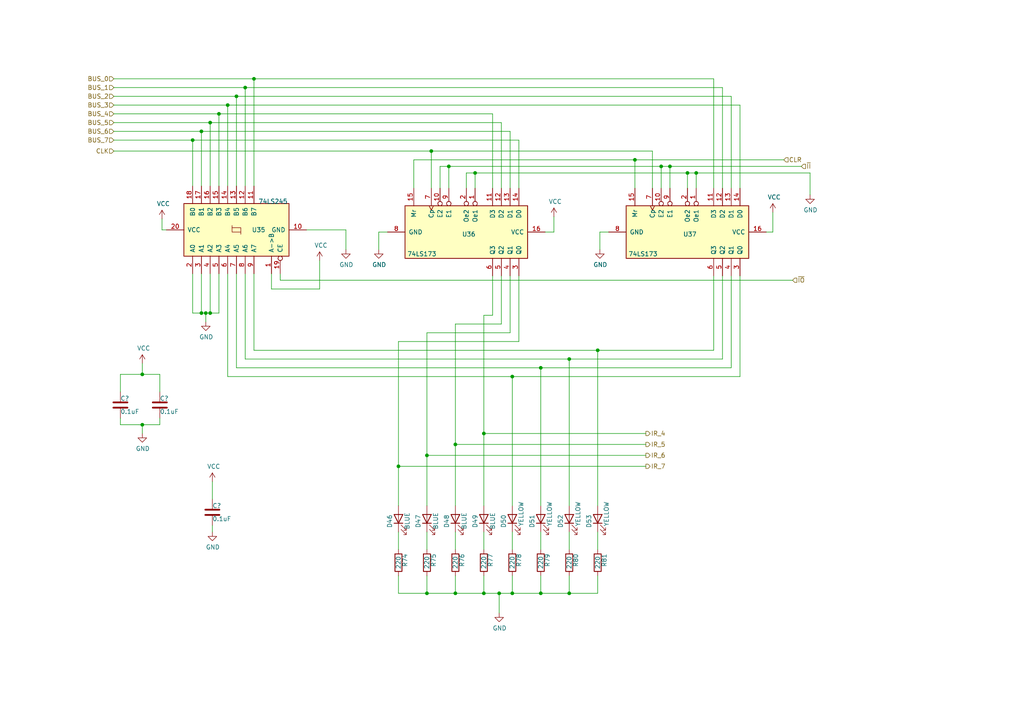
<source format=kicad_sch>
(kicad_sch (version 20230121) (generator eeschema)
  (paper "A4")
  (lib_symbols
    (symbol "74xx:74LS173" (pin_names (offset 1.016))
      (property "Reference" "U" (at -7.62 19.05 0))
      (property "Value" "74LS173" (at -7.62 -19.05 0))
      (symbol "74LS173_1_0"
        (pin input inverted (at -12.7 2.54 0) (length 5.08) (name "Oe1") (number "1"))
        (pin input inverted (at -12.7 -7.62 0) (length 5.08) (name "E2") (number "10"))
        (pin input line (at -12.7 7.62 0) (length 5.08) (name "D3") (number "11"))
        (pin input line (at -12.7 10.16 0) (length 5.08) (name "D2") (number "12"))
        (pin input line (at -12.7 12.7 0) (length 5.08) (name "D1") (number "13"))
        (pin input line (at -12.7 15.24 0) (length 5.08) (name "D0") (number "14"))
        (pin input line (at -12.7 -15.24 0) (length 5.08) (name "Mr") (number "15"))
        (pin power_in line (at 0 22.86 270) (length 5.08) (name "VCC") (number "16"))
        (pin input inverted (at -12.7 0 0) (length 5.08) (name "Oe2") (number "2"))
        (pin tri_state line (at 12.7 15.24 180) (length 5.08) (name "Q0") (number "3"))
        (pin tri_state line (at 12.7 12.7 180) (length 5.08) (name "Q1") (number "4"))
        (pin tri_state line (at 12.7 10.16 180) (length 5.08) (name "Q2") (number "5"))
        (pin tri_state line (at 12.7 7.62 180) (length 5.08) (name "Q3") (number "6"))
        (pin input clock (at -12.7 -10.16 0) (length 5.08) (name "Cp") (number "7"))
        (pin power_in line (at 0 -22.86 90) (length 5.08) (name "GND") (number "8"))
        (pin input inverted (at -12.7 -5.08 0) (length 5.08) (name "E1") (number "9"))
      )
      (symbol "74LS173_1_1"
        (rectangle (start -7.62 17.78) (end 7.62 -17.78) (stroke (width 0.254)) (fill (type background)))
      )
    )
    (symbol "74xx:74LS245" (pin_names (offset 1.016))
      (property "Reference" "U" (at -7.62 16.51 0))
      (property "Value" "74LS245" (at -7.62 -16.51 0))
      (symbol "74LS245_1_0"
        (polyline (pts (xy -0.635 -1.27) (xy -0.635 1.27) (xy 0.635 1.27)))
        (polyline (pts (xy -1.27 -1.27) (xy 0.635 -1.27) (xy 0.635 1.27) (xy 1.27 1.27)))
        (pin input line (at -12.7 -10.16 0) (length 5.08) (name "A->B") (number "1"))
        (pin power_in line (at 0 -20.32 90) (length 5.08) (name "GND") (number "10"))
        (pin tri_state line (at 12.7 -5.08 180) (length 5.08) (name "B7") (number "11"))
        (pin tri_state line (at 12.7 -2.54 180) (length 5.08) (name "B6") (number "12"))
        (pin tri_state line (at 12.7 0 180) (length 5.08) (name "B5") (number "13"))
        (pin tri_state line (at 12.7 2.54 180) (length 5.08) (name "B4") (number "14"))
        (pin tri_state line (at 12.7 5.08 180) (length 5.08) (name "B3") (number "15"))
        (pin tri_state line (at 12.7 7.62 180) (length 5.08) (name "B2") (number "16"))
        (pin tri_state line (at 12.7 10.16 180) (length 5.08) (name "B1") (number "17"))
        (pin tri_state line (at 12.7 12.7 180) (length 5.08) (name "B0") (number "18"))
        (pin input inverted (at -12.7 -12.7 0) (length 5.08) (name "CE") (number "19"))
        (pin tri_state line (at -12.7 12.7 0) (length 5.08) (name "A0") (number "2"))
        (pin power_in line (at 0 20.32 270) (length 5.08) (name "VCC") (number "20"))
        (pin tri_state line (at -12.7 10.16 0) (length 5.08) (name "A1") (number "3"))
        (pin tri_state line (at -12.7 7.62 0) (length 5.08) (name "A2") (number "4"))
        (pin tri_state line (at -12.7 5.08 0) (length 5.08) (name "A3") (number "5"))
        (pin tri_state line (at -12.7 2.54 0) (length 5.08) (name "A4") (number "6"))
        (pin tri_state line (at -12.7 0 0) (length 5.08) (name "A5") (number "7"))
        (pin tri_state line (at -12.7 -2.54 0) (length 5.08) (name "A6") (number "8"))
        (pin tri_state line (at -12.7 -5.08 0) (length 5.08) (name "A7") (number "9"))
      )
      (symbol "74LS245_1_1"
        (rectangle (start -7.62 15.24) (end 7.62 -15.24) (stroke (width 0.254)) (fill (type background)))
      )
    )
    (symbol "Device:C" (pin_numbers hide) (pin_names (offset 0.254))
      (property "Reference" "C" (at 0.635 2.54 0))
      (property "Value" "C" (at 0.635 -2.54 0))
      (symbol "C_0_1"
        (polyline (pts (xy -2.032 -0.762) (xy 2.032 -0.762)) (stroke (width 0.508)))
        (polyline (pts (xy -2.032 0.762) (xy 2.032 0.762)) (stroke (width 0.508)))
      )
      (symbol "C_1_1"
        (pin passive line (at 0 3.81 270) (length 2.794) (name "~") (number "1"))
        (pin passive line (at 0 -3.81 90) (length 2.794) (name "~") (number "2"))
      )
    )
    (symbol "Device:LED" (pin_numbers hide) (pin_names (offset 1.016) hide)
      (property "Reference" "D" (at 0 2.54 0))
      (property "Value" "LED" (at 0 -2.54 0))
      (symbol "LED_0_1"
        (polyline (pts (xy -1.27 -1.27) (xy -1.27 1.27)) (stroke (width 0.254)))
        (polyline (pts (xy -1.27 0) (xy 1.27 0)))
        (polyline (pts (xy 1.27 -1.27) (xy 1.27 1.27) (xy -1.27 0) (xy 1.27 -1.27)) (stroke (width 0.254)))
        (polyline (pts (xy -3.048 -0.762) (xy -4.572 -2.286) (xy -3.81 -2.286) (xy -4.572 -2.286) (xy -4.572 -1.524)))
        (polyline (pts (xy -1.778 -0.762) (xy -3.302 -2.286) (xy -2.54 -2.286) (xy -3.302 -2.286) (xy -3.302 -1.524)))
      )
      (symbol "LED_1_1"
        (pin passive line (at -3.81 0 0) (length 2.54) (name "K") (number "1"))
        (pin passive line (at 3.81 0 180) (length 2.54) (name "A") (number "2"))
      )
    )
    (symbol "Device:R" (pin_numbers hide) (pin_names (offset 0))
      (property "Reference" "R" (at 2.032 0 90))
      (property "Value" "R" (at 0 0 90))
      (symbol "R_0_1"
        (rectangle (start -1.016 -2.54) (end 1.016 2.54) (stroke (width 0.254)))
      )
      (symbol "R_1_1"
        (pin passive line (at 0 3.81 270) (length 1.27) (name "~") (number "1"))
        (pin passive line (at 0 -3.81 90) (length 1.27) (name "~") (number "2"))
      )
    )
    (symbol "power:GND" (power) (pin_names (offset 0))
      (property "Value" "GND" (at 0 -3.81 0))
      (symbol "GND_0_1"
        (polyline (pts (xy 0 0) (xy 0 -1.27) (xy 1.27 -1.27) (xy 0 -2.54) (xy -1.27 -1.27) (xy 0 -1.27)))
      )
      (symbol "GND_1_1"
        (pin power_in line (at 0 0 270) (length 0) hide (name "GND") (number "1"))
      )
    )
    (symbol "power:VCC" (power) (pin_names (offset 0))
      (property "Value" "VCC" (at 0 3.81 0))
      (symbol "VCC_0_1"
        (polyline (pts (xy -0.762 1.27) (xy 0 2.54)))
        (polyline (pts (xy 0 0) (xy 0 2.54)))
        (polyline (pts (xy 0 2.54) (xy 0.762 1.27)))
      )
      (symbol "VCC_1_1"
        (pin power_in line (at 0 0 90) (length 0) hide (name "VCC") (number "1"))
      )
    )
  )
  (junction (at 123.825 132.08))
  (junction (at 130.175 48.26))
  (junction (at 68.58 27.94))
  (junction (at 148.59 172.085))
  (junction (at 66.04 30.48))
  (junction (at 199.39 50.165))
  (junction (at 115.57 135.255))
  (junction (at 165.1 172.085))
  (junction (at 194.31 48.26))
  (junction (at 191.77 48.26))
  (junction (at 71.12 25.4))
  (junction (at 132.08 172.085))
  (junction (at 123.825 172.085))
  (junction (at 201.93 50.165))
  (junction (at 140.335 125.73))
  (junction (at 58.42 90.805))
  (junction (at 60.96 35.56))
  (junction (at 41.275 108.585))
  (junction (at 60.96 90.805))
  (junction (at 140.335 172.085))
  (junction (at 55.88 40.64))
  (junction (at 73.66 22.86))
  (junction (at 173.355 101.6))
  (junction (at 156.845 172.085))
  (junction (at 165.1 104.14))
  (junction (at 63.5 33.02))
  (junction (at 41.275 123.19))
  (junction (at 59.69 90.805))
  (junction (at 132.08 128.905))
  (junction (at 156.845 106.68))
  (junction (at 148.59 109.22))
  (junction (at 137.795 50.165))
  (junction (at 125.095 43.815))
  (junction (at 144.78 172.085))
  (junction (at 184.15 46.355))
  (junction (at 58.42 38.1))
  (wire (pts (xy 58.42 79.375) (xy 58.42 90.805)))
  (wire (pts (xy 55.88 40.64) (xy 150.495 40.64)))
  (wire (pts (xy 120.015 46.355) (xy 184.15 46.355)))
  (wire (pts (xy 92.71 83.82) (xy 92.71 75.565)))
  (wire (pts (xy 132.08 93.98) (xy 132.08 128.905)))
  (wire (pts (xy 33.02 22.86) (xy 73.66 22.86)))
  (wire (pts (xy 199.39 50.165) (xy 201.93 50.165)))
  (wire (pts (xy 58.42 90.805) (xy 59.69 90.805)))
  (wire (pts (xy 88.9 66.675) (xy 100.33 66.675)))
  (wire (pts (xy 132.08 128.905) (xy 132.08 146.685)))
  (wire (pts (xy 115.57 167.005) (xy 115.57 172.085)))
  (wire (pts (xy 112.395 67.31) (xy 109.855 67.31)))
  (wire (pts (xy 68.58 27.94) (xy 68.58 53.975)))
  (wire (pts (xy 224.155 61.595) (xy 224.155 67.31)))
  (wire (pts (xy 33.02 43.815) (xy 125.095 43.815)))
  (wire (pts (xy 46.355 113.665) (xy 46.355 108.585)))
  (wire (pts (xy 156.845 106.68) (xy 156.845 146.685)))
  (wire (pts (xy 156.845 106.68) (xy 68.58 106.68)))
  (wire (pts (xy 140.335 91.44) (xy 142.875 91.44)))
  (wire (pts (xy 132.08 172.085) (xy 140.335 172.085)))
  (wire (pts (xy 147.955 38.1) (xy 147.955 54.61)))
  (wire (pts (xy 123.825 172.085) (xy 132.08 172.085)))
  (wire (pts (xy 127.635 54.61) (xy 127.635 48.26)))
  (wire (pts (xy 55.88 79.375) (xy 55.88 90.805)))
  (wire (pts (xy 81.28 79.375) (xy 81.28 81.28)))
  (wire (pts (xy 148.59 167.005) (xy 148.59 172.085)))
  (wire (pts (xy 140.335 91.44) (xy 140.335 125.73)))
  (wire (pts (xy 60.96 79.375) (xy 60.96 90.805)))
  (wire (pts (xy 78.74 83.82) (xy 92.71 83.82)))
  (wire (pts (xy 55.88 90.805) (xy 58.42 90.805)))
  (wire (pts (xy 156.845 154.305) (xy 156.845 159.385)))
  (wire (pts (xy 214.63 30.48) (xy 214.63 54.61)))
  (wire (pts (xy 33.02 40.64) (xy 55.88 40.64)))
  (wire (pts (xy 123.825 132.08) (xy 187.325 132.08)))
  (wire (pts (xy 125.095 43.815) (xy 125.095 54.61)))
  (wire (pts (xy 234.95 50.165) (xy 234.95 56.515)))
  (wire (pts (xy 115.57 135.255) (xy 187.325 135.255)))
  (wire (pts (xy 214.63 109.22) (xy 214.63 80.01)))
  (wire (pts (xy 115.57 135.255) (xy 115.57 146.685)))
  (wire (pts (xy 132.08 128.905) (xy 187.325 128.905)))
  (wire (pts (xy 41.275 105.41) (xy 41.275 108.585)))
  (wire (pts (xy 207.01 22.86) (xy 207.01 54.61)))
  (wire (pts (xy 46.99 63.5) (xy 46.99 66.675)))
  (wire (pts (xy 66.04 79.375) (xy 66.04 109.22)))
  (wire (pts (xy 184.15 46.355) (xy 184.15 54.61)))
  (wire (pts (xy 207.01 101.6) (xy 173.355 101.6)))
  (wire (pts (xy 55.88 40.64) (xy 55.88 53.975)))
  (wire (pts (xy 34.925 108.585) (xy 41.275 108.585)))
  (wire (pts (xy 148.59 172.085) (xy 156.845 172.085)))
  (wire (pts (xy 132.08 93.98) (xy 145.415 93.98)))
  (wire (pts (xy 212.09 27.94) (xy 212.09 54.61)))
  (wire (pts (xy 63.5 33.02) (xy 63.5 53.975)))
  (wire (pts (xy 144.78 172.085) (xy 144.78 177.8)))
  (wire (pts (xy 46.355 108.585) (xy 41.275 108.585)))
  (wire (pts (xy 109.855 67.31) (xy 109.855 72.39)))
  (wire (pts (xy 160.655 67.31) (xy 158.115 67.31)))
  (wire (pts (xy 140.335 125.73) (xy 140.335 146.685)))
  (wire (pts (xy 73.66 101.6) (xy 73.66 79.375)))
  (wire (pts (xy 123.825 96.52) (xy 147.955 96.52)))
  (wire (pts (xy 60.96 35.56) (xy 60.96 53.975)))
  (wire (pts (xy 165.1 167.005) (xy 165.1 172.085)))
  (wire (pts (xy 199.39 50.165) (xy 199.39 54.61)))
  (wire (pts (xy 150.495 40.64) (xy 150.495 54.61)))
  (wire (pts (xy 68.58 27.94) (xy 212.09 27.94)))
  (wire (pts (xy 123.825 167.005) (xy 123.825 172.085)))
  (wire (pts (xy 189.23 43.815) (xy 189.23 54.61)))
  (wire (pts (xy 63.5 33.02) (xy 142.875 33.02)))
  (wire (pts (xy 115.57 99.06) (xy 150.495 99.06)))
  (wire (pts (xy 130.175 48.26) (xy 130.175 54.61)))
  (wire (pts (xy 68.58 106.68) (xy 68.58 79.375)))
  (wire (pts (xy 194.31 48.26) (xy 194.31 54.61)))
  (wire (pts (xy 60.96 90.805) (xy 63.5 90.805)))
  (wire (pts (xy 165.1 172.085) (xy 173.355 172.085)))
  (wire (pts (xy 132.08 154.305) (xy 132.08 159.385)))
  (wire (pts (xy 156.845 167.005) (xy 156.845 172.085)))
  (wire (pts (xy 201.93 50.165) (xy 234.95 50.165)))
  (wire (pts (xy 34.925 121.285) (xy 34.925 123.19)))
  (wire (pts (xy 156.845 172.085) (xy 165.1 172.085)))
  (wire (pts (xy 145.415 93.98) (xy 145.415 80.01)))
  (wire (pts (xy 46.99 66.675) (xy 48.26 66.675)))
  (wire (pts (xy 148.59 109.22) (xy 148.59 146.685)))
  (wire (pts (xy 140.335 154.305) (xy 140.335 159.385)))
  (wire (pts (xy 147.955 96.52) (xy 147.955 80.01)))
  (wire (pts (xy 173.355 154.305) (xy 173.355 159.385)))
  (wire (pts (xy 145.415 35.56) (xy 145.415 54.61)))
  (wire (pts (xy 135.255 50.165) (xy 137.795 50.165)))
  (wire (pts (xy 73.66 22.86) (xy 207.01 22.86)))
  (wire (pts (xy 120.015 54.61) (xy 120.015 46.355)))
  (wire (pts (xy 59.69 90.805) (xy 60.96 90.805)))
  (wire (pts (xy 137.795 50.165) (xy 199.39 50.165)))
  (wire (pts (xy 209.55 25.4) (xy 209.55 54.61)))
  (wire (pts (xy 71.12 79.375) (xy 71.12 104.14)))
  (wire (pts (xy 165.1 104.14) (xy 165.1 146.685)))
  (wire (pts (xy 123.825 154.305) (xy 123.825 159.385)))
  (wire (pts (xy 173.355 101.6) (xy 73.66 101.6)))
  (wire (pts (xy 212.09 80.01) (xy 212.09 106.68)))
  (wire (pts (xy 34.925 113.665) (xy 34.925 108.585)))
  (wire (pts (xy 194.31 48.26) (xy 232.41 48.26)))
  (wire (pts (xy 115.57 99.06) (xy 115.57 135.255)))
  (wire (pts (xy 58.42 38.1) (xy 58.42 53.975)))
  (wire (pts (xy 224.155 67.31) (xy 222.25 67.31)))
  (wire (pts (xy 191.77 48.26) (xy 191.77 54.61)))
  (wire (pts (xy 207.01 80.01) (xy 207.01 101.6)))
  (wire (pts (xy 176.53 67.31) (xy 173.99 67.31)))
  (wire (pts (xy 160.655 62.865) (xy 160.655 67.31)))
  (wire (pts (xy 34.925 123.19) (xy 41.275 123.19)))
  (wire (pts (xy 142.875 33.02) (xy 142.875 54.61)))
  (wire (pts (xy 125.095 43.815) (xy 189.23 43.815)))
  (wire (pts (xy 137.795 50.165) (xy 137.795 54.61)))
  (wire (pts (xy 144.78 172.085) (xy 148.59 172.085)))
  (wire (pts (xy 127.635 48.26) (xy 130.175 48.26)))
  (wire (pts (xy 130.175 48.26) (xy 191.77 48.26)))
  (wire (pts (xy 33.02 30.48) (xy 66.04 30.48)))
  (wire (pts (xy 33.02 33.02) (xy 63.5 33.02)))
  (wire (pts (xy 60.96 35.56) (xy 145.415 35.56)))
  (wire (pts (xy 61.595 152.4) (xy 61.595 154.305)))
  (wire (pts (xy 78.74 79.375) (xy 78.74 83.82)))
  (wire (pts (xy 71.12 25.4) (xy 209.55 25.4)))
  (wire (pts (xy 140.335 167.005) (xy 140.335 172.085)))
  (wire (pts (xy 46.355 123.19) (xy 46.355 121.285)))
  (wire (pts (xy 173.355 172.085) (xy 173.355 167.005)))
  (wire (pts (xy 33.02 35.56) (xy 60.96 35.56)))
  (wire (pts (xy 148.59 109.22) (xy 214.63 109.22)))
  (wire (pts (xy 165.1 154.305) (xy 165.1 159.385)))
  (wire (pts (xy 41.275 123.19) (xy 46.355 123.19)))
  (wire (pts (xy 71.12 104.14) (xy 165.1 104.14)))
  (wire (pts (xy 132.08 167.005) (xy 132.08 172.085)))
  (wire (pts (xy 148.59 154.305) (xy 148.59 159.385)))
  (wire (pts (xy 59.69 90.805) (xy 59.69 93.345)))
  (wire (pts (xy 123.825 96.52) (xy 123.825 132.08)))
  (wire (pts (xy 63.5 90.805) (xy 63.5 79.375)))
  (wire (pts (xy 81.28 81.28) (xy 229.87 81.28)))
  (wire (pts (xy 115.57 172.085) (xy 123.825 172.085)))
  (wire (pts (xy 33.02 27.94) (xy 68.58 27.94)))
  (wire (pts (xy 173.99 67.31) (xy 173.99 72.39)))
  (wire (pts (xy 33.02 38.1) (xy 58.42 38.1)))
  (wire (pts (xy 66.04 30.48) (xy 66.04 53.975)))
  (wire (pts (xy 150.495 99.06) (xy 150.495 80.01)))
  (wire (pts (xy 135.255 54.61) (xy 135.255 50.165)))
  (wire (pts (xy 212.09 106.68) (xy 156.845 106.68)))
  (wire (pts (xy 71.12 25.4) (xy 33.02 25.4)))
  (wire (pts (xy 73.66 22.86) (xy 73.66 53.975)))
  (wire (pts (xy 173.355 101.6) (xy 173.355 146.685)))
  (wire (pts (xy 142.875 91.44) (xy 142.875 80.01)))
  (wire (pts (xy 201.93 50.165) (xy 201.93 54.61)))
  (wire (pts (xy 184.15 46.355) (xy 227.33 46.355)))
  (wire (pts (xy 100.33 66.675) (xy 100.33 72.39)))
  (wire (pts (xy 61.595 144.78) (xy 61.595 139.7)))
  (wire (pts (xy 66.04 30.48) (xy 214.63 30.48)))
  (wire (pts (xy 209.55 104.14) (xy 209.55 80.01)))
  (wire (pts (xy 66.04 109.22) (xy 148.59 109.22)))
  (wire (pts (xy 115.57 154.305) (xy 115.57 159.385)))
  (wire (pts (xy 165.1 104.14) (xy 209.55 104.14)))
  (wire (pts (xy 71.12 25.4) (xy 71.12 53.975)))
  (wire (pts (xy 58.42 38.1) (xy 147.955 38.1)))
  (wire (pts (xy 140.335 172.085) (xy 144.78 172.085)))
  (wire (pts (xy 41.275 125.73) (xy 41.275 123.19)))
  (wire (pts (xy 123.825 132.08) (xy 123.825 146.685)))
  (wire (pts (xy 140.335 125.73) (xy 187.325 125.73)))
  (wire (pts (xy 191.77 48.26) (xy 194.31 48.26)))
  (hierarchical_label "BUS_4" (shape input) (at 33.02 33.02 180))
  (hierarchical_label "IR_5" (shape output) (at 187.325 128.905 0))
  (hierarchical_label "BUS_7" (shape input) (at 33.02 40.64 180))
  (hierarchical_label "IR_7" (shape output) (at 187.325 135.255 0))
  (hierarchical_label "IR_6" (shape output) (at 187.325 132.08 0))
  (hierarchical_label "~{IO}" (shape input) (at 229.87 81.28 0))
  (hierarchical_label "CLR" (shape input) (at 227.33 46.355 0))
  (hierarchical_label "~{II}" (shape input) (at 232.41 48.26 0))
  (hierarchical_label "BUS_2" (shape input) (at 33.02 27.94 180))
  (hierarchical_label "BUS_5" (shape input) (at 33.02 35.56 180))
  (hierarchical_label "IR_4" (shape output) (at 187.325 125.73 0))
  (hierarchical_label "BUS_6" (shape input) (at 33.02 38.1 180))
  (hierarchical_label "CLK" (shape input) (at 33.02 43.815 180))
  (hierarchical_label "BUS_1" (shape input) (at 33.02 25.4 180))
  (hierarchical_label "BUS_3" (shape input) (at 33.02 30.48 180))
  (hierarchical_label "BUS_0" (shape input) (at 33.02 22.86 180))
  (symbol (lib_id "power:VCC") (at 41.275 105.41 0) (unit 1)
    (property "Reference" "#PWR?" (effects hide))
    (property "Value" "VCC" (at 41.656 101.0158 0))
    (instances (project "8 Bit Computer" (path "" (reference "#PWR?") (unit 1)) (path "" (reference "#PWR?") (unit 1)) (path "" (reference "#PWR0297") (unit 1))))
  )
  (symbol (lib_id "Device:C") (at 46.355 117.475 0) (unit 1)
    (property "Reference" "C?" (at 46.355 115.57 0) (effects (justify left)))
    (property "Value" "0.1uF" (at 46.355 119.38 0) (effects (justify left)))
    (property "Footprint" "Capacitor_THT:C_Disc_D4.3mm_W1.9mm_P5.00mm" (effects hide))
    (instances (project "8 Bit Computer" (path "" (reference "C?") (unit 1)) (path "" (reference "C?") (unit 1)) (path "" (reference "C39") (unit 1))))
  )
  (symbol (lib_id "Device:C") (at 34.925 117.475 0) (unit 1)
    (property "Reference" "C?" (at 34.925 115.57 0) (effects (justify left)))
    (property "Value" "0.1uF" (at 34.925 119.38 0) (effects (justify left)))
    (property "Footprint" "Capacitor_THT:C_Disc_D4.3mm_W1.9mm_P5.00mm" (effects hide))
    (instances (project "8 Bit Computer" (path "" (reference "C?") (unit 1)) (path "" (reference "C?") (unit 1)) (path "" (reference "C38") (unit 1))))
  )
  (symbol (lib_id "power:GND") (at 41.275 125.73 0) (unit 1)
    (property "Reference" "#PWR?" (effects hide))
    (property "Value" "GND" (at 41.402 130.1242 0))
    (instances (project "8 Bit Computer" (path "" (reference "#PWR?") (unit 1)) (path "" (reference "#PWR?") (unit 1)) (path "" (reference "#PWR0298") (unit 1))))
  )
  (symbol (lib_id "Device:C") (at 61.595 148.59 0) (unit 1)
    (property "Reference" "C?" (at 61.595 146.685 0) (effects (justify left)))
    (property "Value" "0.1uF" (at 61.595 150.495 0) (effects (justify left)))
    (property "Footprint" "Capacitor_THT:C_Disc_D4.3mm_W1.9mm_P5.00mm" (effects hide))
    (instances (project "8 Bit Computer" (path "" (reference "C?") (unit 1)) (path "" (reference "C?") (unit 1)) (path "" (reference "C40") (unit 1))))
  )
  (symbol (lib_id "power:VCC") (at 61.595 139.7 0) (unit 1)
    (property "Reference" "#PWR?" (effects hide))
    (property "Value" "VCC" (at 61.976 135.3058 0))
    (instances (project "8 Bit Computer" (path "" (reference "#PWR?") (unit 1)) (path "" (reference "#PWR?") (unit 1)) (path "" (reference "#PWR0299") (unit 1))))
  )
  (symbol (lib_id "power:GND") (at 61.595 154.305 0) (unit 1)
    (property "Reference" "#PWR?" (effects hide))
    (property "Value" "GND" (at 61.722 158.6992 0))
    (instances (project "8 Bit Computer" (path "" (reference "#PWR?") (unit 1)) (path "" (reference "#PWR?") (unit 1)) (path "" (reference "#PWR0300") (unit 1))))
  )
  (symbol (lib_id "74xx:74LS245") (at 68.58 66.675 90) (unit 1)
    (property "Reference" "U35" (at 73.025 66.675 90) (effects (justify right)))
    (property "Value" "74LS245" (at 74.93 58.42 90) (effects (justify right)))
    (property "Footprint" "Package_DIP:DIP-20_W7.62mm_Socket_LongPads" (effects hide))
    (property "Datasheet" "http://www.ti.com/lit/gpn/sn74LS245" (effects hide))
    (instances (project "8 Bit Computer" (path "" (reference "U35") (unit 1)) (path "" (reference "U?") (unit 1))))
  )
  (symbol (lib_id "74xx:74LS173") (at 135.255 67.31 270) (unit 1)
    (property "Reference" "U36" (at 133.985 67.945 90) (effects (justify left)))
    (property "Value" "74LS173" (at 118.11 73.66 90) (effects (justify left)))
    (property "Footprint" "Package_DIP:DIP-16_W7.62mm_Socket_LongPads" (effects hide))
    (property "Datasheet" "http://www.ti.com/lit/gpn/sn74LS173" (effects hide))
    (instances (project "8 Bit Computer" (path "" (reference "U36") (unit 1)) (path "" (reference "U?") (unit 1))))
  )
  (symbol (lib_id "74xx:74LS173") (at 199.39 67.31 270) (unit 1)
    (property "Reference" "U37" (at 198.12 67.945 90) (effects (justify left)))
    (property "Value" "74LS173" (at 182.245 73.66 90) (effects (justify left)))
    (property "Footprint" "Package_DIP:DIP-16_W7.62mm_Socket_LongPads" (effects hide))
    (property "Datasheet" "http://www.ti.com/lit/gpn/sn74LS173" (effects hide))
    (instances (project "8 Bit Computer" (path "" (reference "U37") (unit 1)) (path "" (reference "U?") (unit 1))))
  )
  (symbol (lib_id "power:GND") (at 234.95 56.515 0) (unit 1)
    (property "Reference" "#PWR0208" (effects hide))
    (property "Value" "GND" (at 235.077 60.9092 0))
    (instances (project "8 Bit Computer" (path "" (reference "#PWR0208") (unit 1)) (path "" (reference "#PWR?") (unit 1))))
  )
  (symbol (lib_id "power:VCC") (at 46.99 63.5 0) (unit 1)
    (property "Reference" "#PWR0209" (effects hide))
    (property "Value" "VCC" (at 47.371 59.1058 0))
    (instances (project "8 Bit Computer" (path "" (reference "#PWR0209") (unit 1)) (path "" (reference "#PWR?") (unit 1))))
  )
  (symbol (lib_id "power:VCC") (at 160.655 62.865 0) (unit 1)
    (property "Reference" "#PWR0210" (effects hide))
    (property "Value" "VCC" (at 161.036 58.4708 0))
    (instances (project "8 Bit Computer" (path "" (reference "#PWR0210") (unit 1)) (path "" (reference "#PWR?") (unit 1))))
  )
  (symbol (lib_id "power:VCC") (at 224.155 61.595 0) (unit 1)
    (property "Reference" "#PWR0211" (effects hide))
    (property "Value" "VCC" (at 224.536 57.2008 0))
    (instances (project "8 Bit Computer" (path "" (reference "#PWR0211") (unit 1)) (path "" (reference "#PWR?") (unit 1))))
  )
  (symbol (lib_id "Device:LED") (at 132.08 150.495 90) (unit 1)
    (property "Reference" "D48" (at 129.54 149.225 0) (effects (justify right)))
    (property "Value" "BLUE" (at 134.62 148.59 0) (effects (justify right)))
    (property "Footprint" "LED_THT:LED_D5.0mm" (effects hide))
    (instances (project "8 Bit Computer" (path "" (reference "D48") (unit 1)) (path "" (reference "D?") (unit 1))))
  )
  (symbol (lib_id "Device:LED") (at 148.59 150.495 90) (unit 1)
    (property "Reference" "D50" (at 146.05 149.225 0) (effects (justify right)))
    (property "Value" "YELLOW" (at 151.13 145.415 0) (effects (justify right)))
    (property "Footprint" "LED_THT:LED_D5.0mm" (effects hide))
    (instances (project "8 Bit Computer" (path "" (reference "D50") (unit 1)) (path "" (reference "D?") (unit 1))))
  )
  (symbol (lib_id "Device:LED") (at 156.845 150.495 90) (unit 1)
    (property "Reference" "D51" (at 154.305 149.225 0) (effects (justify right)))
    (property "Value" "YELLOW" (at 159.385 145.415 0) (effects (justify right)))
    (property "Footprint" "LED_THT:LED_D5.0mm" (effects hide))
    (instances (project "8 Bit Computer" (path "" (reference "D51") (unit 1)) (path "" (reference "D?") (unit 1))))
  )
  (symbol (lib_id "Device:LED") (at 165.1 150.495 90) (unit 1)
    (property "Reference" "D52" (at 162.56 149.225 0) (effects (justify right)))
    (property "Value" "YELLOW" (at 167.64 145.415 0) (effects (justify right)))
    (property "Footprint" "LED_THT:LED_D5.0mm" (effects hide))
    (instances (project "8 Bit Computer" (path "" (reference "D52") (unit 1)) (path "" (reference "D?") (unit 1))))
  )
  (symbol (lib_id "Device:LED") (at 173.355 150.495 90) (unit 1)
    (property "Reference" "D53" (at 170.815 149.225 0) (effects (justify right)))
    (property "Value" "YELLOW" (at 175.895 145.415 0) (effects (justify right)))
    (property "Footprint" "LED_THT:LED_D5.0mm" (effects hide))
    (instances (project "8 Bit Computer" (path "" (reference "D53") (unit 1)) (path "" (reference "D?") (unit 1))))
  )
  (symbol (lib_id "Device:LED") (at 123.825 150.495 90) (unit 1)
    (property "Reference" "D47" (at 121.285 149.225 0) (effects (justify right)))
    (property "Value" "BLUE" (at 126.365 148.59 0) (effects (justify right)))
    (property "Footprint" "LED_THT:LED_D5.0mm" (effects hide))
    (instances (project "8 Bit Computer" (path "" (reference "D47") (unit 1)) (path "" (reference "D?") (unit 1))))
  )
  (symbol (lib_id "Device:LED") (at 115.57 150.495 90) (unit 1)
    (property "Reference" "D46" (at 113.03 149.225 0) (effects (justify right)))
    (property "Value" "BLUE" (at 118.11 148.59 0) (effects (justify right)))
    (property "Footprint" "LED_THT:LED_D5.0mm" (effects hide))
    (instances (project "8 Bit Computer" (path "" (reference "D46") (unit 1)) (path "" (reference "D?") (unit 1))))
  )
  (symbol (lib_id "Device:LED") (at 140.335 150.495 90) (unit 1)
    (property "Reference" "D49" (at 137.795 149.225 0) (effects (justify right)))
    (property "Value" "BLUE" (at 142.875 148.59 0) (effects (justify right)))
    (property "Footprint" "LED_THT:LED_D5.0mm" (effects hide))
    (instances (project "8 Bit Computer" (path "" (reference "D49") (unit 1)) (path "" (reference "D?") (unit 1))))
  )
  (symbol (lib_id "Device:R") (at 115.57 163.195 0) (unit 1)
    (property "Reference" "R74" (at 117.475 164.465 90) (effects (justify left)))
    (property "Value" "220" (at 115.57 165.1 90) (effects (justify left)))
    (property "Footprint" "Resistor_THT:R_Axial_DIN0207_L6.3mm_D2.5mm_P7.62mm_Horizontal" (effects hide))
    (instances (project "8 Bit Computer" (path "" (reference "R74") (unit 1)) (path "" (reference "R?") (unit 1))))
  )
  (symbol (lib_id "Device:R") (at 123.825 163.195 0) (unit 1)
    (property "Reference" "R75" (at 125.73 164.465 90) (effects (justify left)))
    (property "Value" "220" (at 123.825 165.1 90) (effects (justify left)))
    (property "Footprint" "Resistor_THT:R_Axial_DIN0207_L6.3mm_D2.5mm_P7.62mm_Horizontal" (effects hide))
    (instances (project "8 Bit Computer" (path "" (reference "R75") (unit 1)) (path "" (reference "R?") (unit 1))))
  )
  (symbol (lib_id "Device:R") (at 132.08 163.195 0) (unit 1)
    (property "Reference" "R76" (at 133.985 164.465 90) (effects (justify left)))
    (property "Value" "220" (at 132.08 165.1 90) (effects (justify left)))
    (property "Footprint" "Resistor_THT:R_Axial_DIN0207_L6.3mm_D2.5mm_P7.62mm_Horizontal" (effects hide))
    (instances (project "8 Bit Computer" (path "" (reference "R76") (unit 1)) (path "" (reference "R?") (unit 1))))
  )
  (symbol (lib_id "Device:R") (at 140.335 163.195 0) (unit 1)
    (property "Reference" "R77" (at 142.24 164.465 90) (effects (justify left)))
    (property "Value" "220" (at 140.335 165.1 90) (effects (justify left)))
    (property "Footprint" "Resistor_THT:R_Axial_DIN0207_L6.3mm_D2.5mm_P7.62mm_Horizontal" (effects hide))
    (instances (project "8 Bit Computer" (path "" (reference "R77") (unit 1)) (path "" (reference "R?") (unit 1))))
  )
  (symbol (lib_id "Device:R") (at 148.59 163.195 0) (unit 1)
    (property "Reference" "R78" (at 150.495 164.465 90) (effects (justify left)))
    (property "Value" "220" (at 148.59 165.1 90) (effects (justify left)))
    (property "Footprint" "Resistor_THT:R_Axial_DIN0207_L6.3mm_D2.5mm_P7.62mm_Horizontal" (effects hide))
    (instances (project "8 Bit Computer" (path "" (reference "R78") (unit 1)) (path "" (reference "R?") (unit 1))))
  )
  (symbol (lib_id "Device:R") (at 156.845 163.195 0) (unit 1)
    (property "Reference" "R79" (at 158.75 164.465 90) (effects (justify left)))
    (property "Value" "220" (at 156.845 165.1 90) (effects (justify left)))
    (property "Footprint" "Resistor_THT:R_Axial_DIN0207_L6.3mm_D2.5mm_P7.62mm_Horizontal" (effects hide))
    (instances (project "8 Bit Computer" (path "" (reference "R79") (unit 1)) (path "" (reference "R?") (unit 1))))
  )
  (symbol (lib_id "Device:R") (at 165.1 163.195 0) (unit 1)
    (property "Reference" "R80" (at 167.005 164.465 90) (effects (justify left)))
    (property "Value" "220" (at 165.1 165.1 90) (effects (justify left)))
    (property "Footprint" "Resistor_THT:R_Axial_DIN0207_L6.3mm_D2.5mm_P7.62mm_Horizontal" (effects hide))
    (instances (project "8 Bit Computer" (path "" (reference "R80") (unit 1)) (path "" (reference "R?") (unit 1))))
  )
  (symbol (lib_id "Device:R") (at 173.355 163.195 0) (unit 1)
    (property "Reference" "R81" (at 175.26 164.465 90) (effects (justify left)))
    (property "Value" "220" (at 173.355 165.1 90) (effects (justify left)))
    (property "Footprint" "Resistor_THT:R_Axial_DIN0207_L6.3mm_D2.5mm_P7.62mm_Horizontal" (effects hide))
    (instances (project "8 Bit Computer" (path "" (reference "R81") (unit 1)) (path "" (reference "R?") (unit 1))))
  )
  (symbol (lib_id "power:GND") (at 144.78 177.8 0) (unit 1)
    (property "Reference" "#PWR0212" (effects hide))
    (property "Value" "GND" (at 144.907 182.1942 0))
    (instances (project "8 Bit Computer" (path "" (reference "#PWR0212") (unit 1)) (path "" (reference "#PWR?") (unit 1))))
  )
  (symbol (lib_id "power:VCC") (at 92.71 75.565 0) (unit 1)
    (property "Reference" "#PWR0213" (effects hide))
    (property "Value" "VCC" (at 93.091 71.1708 0))
    (instances (project "8 Bit Computer" (path "" (reference "#PWR0213") (unit 1)) (path "" (reference "#PWR?") (unit 1))))
  )
  (symbol (lib_id "power:GND") (at 59.69 93.345 0) (unit 1)
    (property "Reference" "#PWR0214" (effects hide))
    (property "Value" "GND" (at 59.817 97.7392 0))
    (instances (project "8 Bit Computer" (path "" (reference "#PWR0214") (unit 1)) (path "" (reference "#PWR?") (unit 1))))
  )
  (symbol (lib_id "power:GND") (at 100.33 72.39 0) (unit 1)
    (property "Reference" "#PWR0215" (effects hide))
    (property "Value" "GND" (at 100.457 76.7842 0))
    (instances (project "8 Bit Computer" (path "" (reference "#PWR0215") (unit 1)) (path "" (reference "#PWR?") (unit 1))))
  )
  (symbol (lib_id "power:GND") (at 109.855 72.39 0) (unit 1)
    (property "Reference" "#PWR0216" (effects hide))
    (property "Value" "GND" (at 109.982 76.7842 0))
    (instances (project "8 Bit Computer" (path "" (reference "#PWR0216") (unit 1)) (path "" (reference "#PWR?") (unit 1))))
  )
  (symbol (lib_id "power:GND") (at 173.99 72.39 0) (unit 1)
    (property "Reference" "#PWR0217" (effects hide))
    (property "Value" "GND" (at 174.117 76.7842 0))
    (instances (project "8 Bit Computer" (path "" (reference "#PWR0217") (unit 1)) (path "" (reference "#PWR?") (unit 1))))
  )
)
</source>
